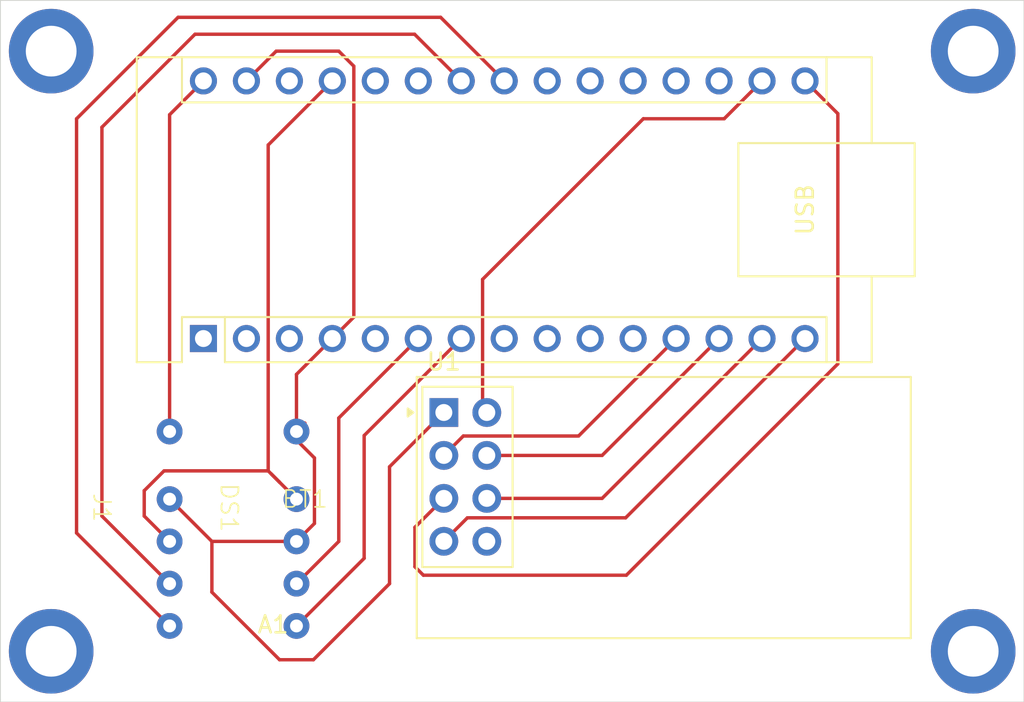
<source format=kicad_pcb>
(kicad_pcb (version 20240108) (generator "pcbnew") (generator_version "8.0")
  (layers (0 "F.Cu" signal) (31 "B.Cu" signal) (34 "B.Paste" user) (35 "F.Paste" user) (36 "B.SilkS" user "B.Silkscreen") (37 "F.SilkS" user "F.Silkscreen") (38 "B.Mask" user) (39 "F.Mask" user) (44 "Edge.Cuts" user))
  (net 0 "")
  (net 1 "GND")
  (net 4 "Net-(A1-SCL{slash}A5)")
  (net 8 "Net-(A1-MISO)")
  (net 9 "Net-(A1-D9)")
  (net 14 "3.3v")
  (net 16 "Net-(A1-D3)")
  (net 17 "Net-(A1-SCK)")
  (net 18 "Net-(A1-D4)")
  (net 20 "Net-(A1-SDA{slash}A4)")
  (net 23 "Net-(A1-D10)")
  (net 24 "5v")
  (net 26 "VIN")
  (net 28 "Net-(A1-MOSI)")
  (footprint "Library:WireConnection" (layer "F.Cu") (at 155.5 109.5 -90)
    (property "Reference" "J1" (at 0.5 11.5 -90) (layer "F.SilkS") (effects (font (thickness 0.1))))
    (property "Value" "~")
    (pad "1" thru_hole circle (at 0 0 270) (size 1.524 1.524) (drill 0.762) (layers "*.Cu" "*.Mask") (net 24 "5v"))
    (pad "2" thru_hole circle (at 2.5 0 270) (size 1.524 1.524) (drill 0.762) (layers "*.Cu" "*.Mask") (net 1 "GND"))
    (pad "3" thru_hole circle (at 5 0 270) (size 1.524 1.524) (drill 0.762) (layers "*.Cu" "*.Mask") (net 16 "Net-(A1-D3)"))
    (pad "4" thru_hole circle (at 7.5 0 270) (size 1.524 1.524) (drill 0.762) (layers "*.Cu" "*.Mask") (net 18 "Net-(A1-D4)"))
  )
  (footprint "Library:BatteryConnection" (layer "F.Cu") (at 148 105.5)
    (property "Reference" "BT1" (at 8 4 0) (layer "F.SilkS") (effects (font (thickness 0.1))))
    (property "Value" "Battery_Cell")
    (pad "1" thru_hole circle (at 0 0) (size 1.524 1.524) (drill 0.762) (layers "*.Cu" "*.Mask") (net 26 "VIN"))
    (pad "2" thru_hole circle (at 7.5 0) (size 1.524 1.524) (drill 0.762) (layers "*.Cu" "*.Mask") (net 1 "GND"))
  )
  (footprint "Library:WireConnection" (layer "F.Cu") (at 148 109.5 -90)
    (property "Reference" "DS1" (at 0.5 -3.524 -90) (layer "F.SilkS") (effects (font (thickness 0.1))))
    (property "Value" "~")
    (pad "1" thru_hole circle (at 0 0 270) (size 1.524 1.524) (drill 0.762) (layers "*.Cu" "*.Mask") (net 1 "GND"))
    (pad "2" thru_hole circle (at 2.5 0 270) (size 1.524 1.524) (drill 0.762) (layers "*.Cu" "*.Mask") (net 24 "5v"))
    (pad "3" thru_hole circle (at 5 0 270) (size 1.524 1.524) (drill 0.762) (layers "*.Cu" "*.Mask") (net 4 "Net-(A1-SCL{slash}A5)"))
    (pad "4" thru_hole circle (at 7.5 0 270) (size 1.524 1.524) (drill 0.762) (layers "*.Cu" "*.Mask") (net 20 "Net-(A1-SDA{slash}A4)"))
  )
  (footprint "Module:Arduino_Nano" (layer "F.Cu") (at 150 100 90)
    (property "Reference" "A1" (at -16.92 4.12 0) (layer "F.SilkS"))
    (property "Value" "Arduino_Nano_Every")
    (fp_line (start 16.64 -3.94) (end -1.4 -3.94) (stroke (width 0.12)) (layer "F.SilkS"))
    (fp_line (start -1.4 -3.94) (end -1.4 -1.27) (stroke (width 0.12)) (layer "F.SilkS"))
    (fp_line (start 13.97 -1.27) (end 16.64 -1.27) (stroke (width 0.12)) (layer "F.SilkS"))
    (fp_line (start 13.97 -1.27) (end 13.97 36.83) (stroke (width 0.12)) (layer "F.SilkS"))
    (fp_line (start 1.27 -1.27) (end -1.4 -1.27) (stroke (width 0.12)) (layer "F.SilkS"))
    (fp_line (start 1.27 1.27) (end 1.27 -1.27) (stroke (width 0.12)) (layer "F.SilkS"))
    (fp_line (start 1.27 1.27) (end -1.4 1.27) (stroke (width 0.12)) (layer "F.SilkS"))
    (fp_line (start 1.27 1.27) (end 1.27 36.83) (stroke (width 0.12)) (layer "F.SilkS"))
    (fp_line (start -1.4 1.27) (end -1.4 39.5) (stroke (width 0.12)) (layer "F.SilkS"))
    (fp_line (start 11.56 31.62) (end 11.56 42.04) (stroke (width 0.12)) (layer "F.SilkS"))
    (fp_line (start 3.68 31.62) (end 11.56 31.62) (stroke (width 0.12)) (layer "F.SilkS"))
    (fp_line (start 13.97 36.83) (end 16.64 36.83) (stroke (width 0.12)) (layer "F.SilkS"))
    (fp_line (start 1.27 36.83) (end -1.4 36.83) (stroke (width 0.12)) (layer "F.SilkS"))
    (fp_line (start 16.64 39.5) (end 16.64 -3.94) (stroke (width 0.12)) (layer "F.SilkS"))
    (fp_line (start 16.64 39.5) (end 11.56 39.5) (stroke (width 0.12)) (layer "F.SilkS"))
    (fp_line (start -1.4 39.5) (end 3.68 39.5) (stroke (width 0.12)) (layer "F.SilkS"))
    (fp_line (start 11.56 42.04) (end 3.68 42.04) (stroke (width 0.12)) (layer "F.SilkS"))
    (fp_line (start 3.68 42.04) (end 3.68 31.62) (stroke (width 0.12)) (layer "F.SilkS"))
    (fp_text user "USB" (at 7.62 35.56 90) (layer "F.SilkS"))
    (pad "1" thru_hole rect (at 0 0 90) (size 1.6 1.6) (drill 1) (layers "*.Cu" "*.Mask"))
    (pad "2" thru_hole oval (at 0 2.54 90) (size 1.6 1.6) (drill 1) (layers "*.Cu" "*.Mask"))
    (pad "3" thru_hole oval (at 0 5.08 90) (size 1.6 1.6) (drill 1) (layers "*.Cu" "*.Mask"))
    (pad "4" thru_hole oval (at 0 7.62 90) (size 1.6 1.6) (drill 1) (layers "*.Cu" "*.Mask") (net 1 "GND"))
    (pad "5" thru_hole oval (at 0 10.16 90) (size 1.6 1.6) (drill 1) (layers "*.Cu" "*.Mask"))
    (pad "6" thru_hole oval (at 0 12.7 90) (size 1.6 1.6) (drill 1) (layers "*.Cu" "*.Mask") (net 16 "Net-(A1-D3)"))
    (pad "7" thru_hole oval (at 0 15.24 90) (size 1.6 1.6) (drill 1) (layers "*.Cu" "*.Mask") (net 18 "Net-(A1-D4)"))
    (pad "8" thru_hole oval (at 0 17.78 90) (size 1.6 1.6) (drill 1) (layers "*.Cu" "*.Mask"))
    (pad "9" thru_hole oval (at 0 20.32 90) (size 1.6 1.6) (drill 1) (layers "*.Cu" "*.Mask"))
    (pad "10" thru_hole oval (at 0 22.86 90) (size 1.6 1.6) (drill 1) (layers "*.Cu" "*.Mask"))
    (pad "11" thru_hole oval (at 0 25.4 90) (size 1.6 1.6) (drill 1) (layers "*.Cu" "*.Mask"))
    (pad "12" thru_hole oval (at 0 27.94 90) (size 1.6 1.6) (drill 1) (layers "*.Cu" "*.Mask") (net 9 "Net-(A1-D9)"))
    (pad "13" thru_hole oval (at 0 30.48 90) (size 1.6 1.6) (drill 1) (layers "*.Cu" "*.Mask") (net 23 "Net-(A1-D10)"))
    (pad "14" thru_hole oval (at 0 33.02 90) (size 1.6 1.6) (drill 1) (layers "*.Cu" "*.Mask") (net 28 "Net-(A1-MOSI)"))
    (pad "15" thru_hole oval (at 0 35.56 90) (size 1.6 1.6) (drill 1) (layers "*.Cu" "*.Mask") (net 8 "Net-(A1-MISO)"))
    (pad "16" thru_hole oval (at 15.24 35.56 90) (size 1.6 1.6) (drill 1) (layers "*.Cu" "*.Mask") (net 17 "Net-(A1-SCK)"))
    (pad "17" thru_hole oval (at 15.24 33.02 90) (size 1.6 1.6) (drill 1) (layers "*.Cu" "*.Mask") (net 14 "3.3v"))
    (pad "18" thru_hole oval (at 15.24 30.48 90) (size 1.6 1.6) (drill 1) (layers "*.Cu" "*.Mask"))
    (pad "19" thru_hole oval (at 15.24 27.94 90) (size 1.6 1.6) (drill 1) (layers "*.Cu" "*.Mask"))
    (pad "20" thru_hole oval (at 15.24 25.4 90) (size 1.6 1.6) (drill 1) (layers "*.Cu" "*.Mask"))
    (pad "21" thru_hole oval (at 15.24 22.86 90) (size 1.6 1.6) (drill 1) (layers "*.Cu" "*.Mask"))
    (pad "22" thru_hole oval (at 15.24 20.32 90) (size 1.6 1.6) (drill 1) (layers "*.Cu" "*.Mask"))
    (pad "23" thru_hole oval (at 15.24 17.78 90) (size 1.6 1.6) (drill 1) (layers "*.Cu" "*.Mask") (net 20 "Net-(A1-SDA{slash}A4)"))
    (pad "24" thru_hole oval (at 15.24 15.24 90) (size 1.6 1.6) (drill 1) (layers "*.Cu" "*.Mask") (net 4 "Net-(A1-SCL{slash}A5)"))
    (pad "25" thru_hole oval (at 15.24 12.7 90) (size 1.6 1.6) (drill 1) (layers "*.Cu" "*.Mask"))
    (pad "26" thru_hole oval (at 15.24 10.16 90) (size 1.6 1.6) (drill 1) (layers "*.Cu" "*.Mask"))
    (pad "27" thru_hole oval (at 15.24 7.62 90) (size 1.6 1.6) (drill 1) (layers "*.Cu" "*.Mask") (net 24 "5v"))
    (pad "28" thru_hole oval (at 15.24 5.08 90) (size 1.6 1.6) (drill 1) (layers "*.Cu" "*.Mask"))
    (pad "29" thru_hole oval (at 15.24 2.54 90) (size 1.6 1.6) (drill 1) (layers "*.Cu" "*.Mask") (net 1 "GND"))
    (pad "30" thru_hole oval (at 15.24 0 90) (size 1.6 1.6) (drill 1) (layers "*.Cu" "*.Mask") (net 26 "VIN"))
  )
  (footprint "RF_Module:nRF24L01_Breakout" (layer "F.Cu") (at 164.2105 104.375)
    (property "Reference" "U1" (at 0 -3 0) (layer "F.SilkS"))
    (property "Value" "NRF24L01_Breakout")
    (fp_line (start -1.6 -2.1) (end -1.6 -2.1) (stroke (width 0.12)) (layer "F.SilkS"))
    (fp_line (start -1.6 -2.1) (end 27.6 -2.1) (stroke (width 0.12)) (layer "F.SilkS"))
    (fp_line (start -1.6 13.35) (end -1.6 -2.1) (stroke (width 0.12)) (layer "F.SilkS"))
    (fp_line (start -1.27 -1.524) (end -1.27 -1.524) (stroke (width 0.12)) (layer "F.SilkS"))
    (fp_line (start -1.27 -1.524) (end 4.064 -1.524) (stroke (width 0.12)) (layer "F.SilkS"))
    (fp_line (start -1.27 9.144) (end -1.27 -1.524) (stroke (width 0.12)) (layer "F.SilkS"))
    (fp_line (start -1.27 9.144) (end -1.27 9.144) (stroke (width 0.12)) (layer "F.SilkS"))
    (fp_line (start 4.064 -1.524) (end 4.064 9.144) (stroke (width 0.12)) (layer "F.SilkS"))
    (fp_line (start 4.064 9.144) (end -1.27 9.144) (stroke (width 0.12)) (layer "F.SilkS"))
    (fp_line (start 27.6 -2.1) (end 27.6 13.35) (stroke (width 0.12)) (layer "F.SilkS"))
    (fp_line (start 27.6 13.35) (end -1.6 13.35) (stroke (width 0.12)) (layer "F.SilkS"))
    (fp_poly (pts (xy -1.8 0) (xy -2.136 0.24) (xy -2.136 -0.24) (xy -1.8 0)) (stroke (width 0.12)) (fill solid) (layer "F.SilkS"))
    (pad "1" thru_hole rect (at 0 0) (size 1.7 1.7) (drill 1) (layers "*.Cu" "*.Mask") (net 1 "GND"))
    (pad "2" thru_hole circle (at 2.54 0) (size 1.7 1.7) (drill 1) (layers "*.Cu" "*.Mask") (net 14 "3.3v"))
    (pad "3" thru_hole circle (at 0 2.54) (size 1.7 1.7) (drill 1) (layers "*.Cu" "*.Mask") (net 9 "Net-(A1-D9)"))
    (pad "4" thru_hole circle (at 2.54 2.54) (size 1.7 1.7) (drill 1) (layers "*.Cu" "*.Mask") (net 23 "Net-(A1-D10)"))
    (pad "5" thru_hole circle (at 0 5.08) (size 1.7 1.7) (drill 1) (layers "*.Cu" "*.Mask") (net 17 "Net-(A1-SCK)"))
    (pad "6" thru_hole circle (at 2.54 5.08) (size 1.7 1.7) (drill 1) (layers "*.Cu" "*.Mask") (net 28 "Net-(A1-MOSI)"))
    (pad "7" thru_hole circle (at 0 7.62) (size 1.7 1.7) (drill 1) (layers "*.Cu" "*.Mask") (net 8 "Net-(A1-MISO)"))
    (pad "8" thru_hole circle (at 2.54 7.62) (size 1.7 1.7) (drill 1) (layers "*.Cu" "*.Mask"))
  )
  (gr_rect (start 138 80) (end 198.5 121.5) (stroke (width 0.05)) (fill none) (layer "Edge.Cuts"))
  (via (at 141 83) (size 5) (drill 3) (layers "F.Cu" "B.Cu") (net 0))
  (via (at 141 118.5) (size 5) (drill 3) (layers "F.Cu" "B.Cu") (net 0))
  (via (at 195.5 83) (size 5) (drill 3) (layers "F.Cu" "B.Cu") (net 0))
  (via (at 195.5 118.5) (size 5) (drill 3) (layers "F.Cu" "B.Cu") (net 0))
  (segment (start 155.5 105.5) (end 155.5 106) (width 0.2) (layer "F.Cu") (net 1))
  (segment (start 155.5 102.12) (end 157.62 100) (width 0.2) (layer "F.Cu") (net 1))
  (segment (start 155.5 106) (end 156.562 107.062) (width 0.2) (layer "F.Cu") (net 1))
  (segment (start 150.5 112) (end 148 109.5) (width 0.2) (layer "F.Cu") (net 1))
  (segment (start 156.562 107.062) (end 156.562 110.938) (width 0.2) (layer "F.Cu") (net 1))
  (segment (start 161 114.5) (end 156.5 119) (width 0.2) (layer "F.Cu") (net 1))
  (segment (start 158 83) (end 154.3 83) (width 0.2) (layer "F.Cu") (net 1))
  (segment (start 161 107.5855) (end 161 114.5) (width 0.2) (layer "F.Cu") (net 1))
  (segment (start 155.5 112) (end 150.5 112) (width 0.2) (layer "F.Cu") (net 1))
  (segment (start 158.889561 98.730439) (end 158.889561 83.889561) (width 0.2) (layer "F.Cu") (net 1))
  (segment (start 157.62 100.38) (end 157.62 100) (width 0.2) (layer "F.Cu") (net 1))
  (segment (start 155.5 105) (end 156 105) (width 0.2) (layer "F.Cu") (net 1))
  (segment (start 158.889561 83.889561) (end 158 83) (width 0.2) (layer "F.Cu") (net 1))
  (segment (start 156.5 119) (end 154.5 119) (width 0.2) (layer "F.Cu") (net 1))
  (segment (start 154.3 83) (end 152.54 84.76) (width 0.2) (layer "F.Cu") (net 1))
  (segment (start 155.5 105.5) (end 155.5 102.12) (width 0.2) (layer "F.Cu") (net 1))
  (segment (start 157.62 100) (end 157.62 99.62) (width 0.2) (layer "F.Cu") (net 1))
  (segment (start 157.62 100) (end 158.889561 98.730439) (width 0.2) (layer "F.Cu") (net 1))
  (segment (start 164.2105 104.375) (end 164.14 104.3045) (width 0.2) (layer "F.Cu") (net 1))
  (segment (start 150.5 115) (end 150.5 112) (width 0.2) (layer "F.Cu") (net 1))
  (segment (start 164.2105 104.375) (end 161 107.5855) (width 0.2) (layer "F.Cu") (net 1))
  (segment (start 156.562 110.938) (end 155.5 112) (width 0.2) (layer "F.Cu") (net 1))
  (segment (start 154.5 119) (end 150.5 115) (width 0.2) (layer "F.Cu") (net 1))
  (segment (start 144 87.5) (end 149.5 82) (width 0.2) (layer "F.Cu") (net 4))
  (segment (start 144 110.5) (end 144 87.5) (width 0.2) (layer "F.Cu") (net 4))
  (segment (start 162.48 82) (end 165.24 84.76) (width 0.2) (layer "F.Cu") (net 4))
  (segment (start 148 114.5) (end 144 110.5) (width 0.2) (layer "F.Cu") (net 4))
  (segment (start 149.5 82) (end 162.48 82) (width 0.2) (layer "F.Cu") (net 4))
  (segment (start 174.955 110.605) (end 185.56 100) (width 0.2) (layer "F.Cu") (net 8))
  (segment (start 165.6005 110.605) (end 174.955 110.605) (width 0.2) (layer "F.Cu") (net 8))
  (segment (start 164.2105 111.995) (end 165.6005 110.605) (width 0.2) (layer "F.Cu") (net 8))
  (segment (start 164.2105 106.915) (end 165.3605 105.765) (width 0.2) (layer "F.Cu") (net 9))
  (segment (start 172.175 105.765) (end 177.94 100) (width 0.2) (layer "F.Cu") (net 9))
  (segment (start 165.3605 105.765) (end 172.175 105.765) (width 0.2) (layer "F.Cu") (net 9))
  (segment (start 166.5 104.1245) (end 166.5 96.5) (width 0.2) (layer "F.Cu") (net 14))
  (segment (start 166.7505 104.375) (end 166.5 104.1245) (width 0.2) (layer "F.Cu") (net 14))
  (segment (start 180.78 87) (end 183.02 84.76) (width 0.2) (layer "F.Cu") (net 14))
  (segment (start 166.5 96.5) (end 176 87) (width 0.2) (layer "F.Cu") (net 14))
  (segment (start 176 87) (end 180.78 87) (width 0.2) (layer "F.Cu") (net 14))
  (segment (start 158 112) (end 158 104.7) (width 0.2) (layer "F.Cu") (net 16))
  (segment (start 158 104.7) (end 162.7 100) (width 0.2) (layer "F.Cu") (net 16))
  (segment (start 155.5 114.5) (end 158 112) (width 0.2) (layer "F.Cu") (net 16))
  (segment (start 162.5 113.5) (end 163 114) (width 0.2) (layer "F.Cu") (net 17))
  (segment (start 163 114) (end 175 114) (width 0.2) (layer "F.Cu") (net 17))
  (segment (start 162.5 111.1655) (end 162.5 113.5) (width 0.2) (layer "F.Cu") (net 17))
  (segment (start 164.2105 109.455) (end 162.5 111.1655) (width 0.2) (layer "F.Cu") (net 17))
  (segment (start 187.5 101.5) (end 187.5 86.7) (width 0.2) (layer "F.Cu") (net 17))
  (segment (start 187.5 86.7) (end 185.56 84.76) (width 0.2) (layer "F.Cu") (net 17))
  (segment (start 175 114) (end 187.5 101.5) (width 0.2) (layer "F.Cu") (net 17))
  (segment (start 159.5 105.74) (end 165.24 100) (width 0.2) (layer "F.Cu") (net 18))
  (segment (start 159.5 113) (end 159.5 105.74) (width 0.2) (layer "F.Cu") (net 18))
  (segment (start 155.5 117) (end 159.5 113) (width 0.2) (layer "F.Cu") (net 18))
  (segment (start 142.5 87) (end 148.5 81) (width 0.2) (layer "F.Cu") (net 20))
  (segment (start 142.5 111.5) (end 142.5 87) (width 0.2) (layer "F.Cu") (net 20))
  (segment (start 164.02 81) (end 167.78 84.76) (width 0.2) (layer "F.Cu") (net 20))
  (segment (start 148.5 81) (end 164.02 81) (width 0.2) (layer "F.Cu") (net 20))
  (segment (start 148 117) (end 142.5 111.5) (width 0.2) (layer "F.Cu") (net 20))
  (segment (start 173.565 106.915) (end 180.48 100) (width 0.2) (layer "F.Cu") (net 23))
  (segment (start 166.7505 106.915) (end 173.565 106.915) (width 0.2) (layer "F.Cu") (net 23))
  (segment (start 148 112) (end 146.5 110.5) (width 0.2) (layer "F.Cu") (net 24))
  (segment (start 147.672175 107.827825) (end 153.827825 107.827825) (width 0.2) (layer "F.Cu") (net 24))
  (segment (start 146.5 110.5) (end 146.5 109) (width 0.2) (layer "F.Cu") (net 24))
  (segment (start 153.827825 107.827825) (end 154.5 108.5) (width 0.2) (layer "F.Cu") (net 24))
  (segment (start 154 108) (end 154.5 108.5) (width 0.2) (layer "F.Cu") (net 24))
  (segment (start 153.827825 88.552175) (end 153.827825 107.827825) (width 0.2) (layer "F.Cu") (net 24))
  (segment (start 146.5 109) (end 147.672175 107.827825) (width 0.2) (layer "F.Cu") (net 24))
  (segment (start 154.5 108.5) (end 155.5 109.5) (width 0.2) (layer "F.Cu") (net 24))
  (segment (start 157.62 84.76) (end 153.827825 88.552175) (width 0.2) (layer "F.Cu") (net 24))
  (segment (start 148 105) (end 148 86.76) (width 0.2) (layer "F.Cu") (net 26))
  (segment (start 148 86.76) (end 150 84.76) (width 0.2) (layer "F.Cu") (net 26))
  (segment (start 173.565 109.455) (end 183.02 100) (width 0.2) (layer "F.Cu") (net 28))
  (segment (start 166.7505 109.455) (end 173.565 109.455) (width 0.2) (layer "F.Cu") (net 28))
)
</source>
